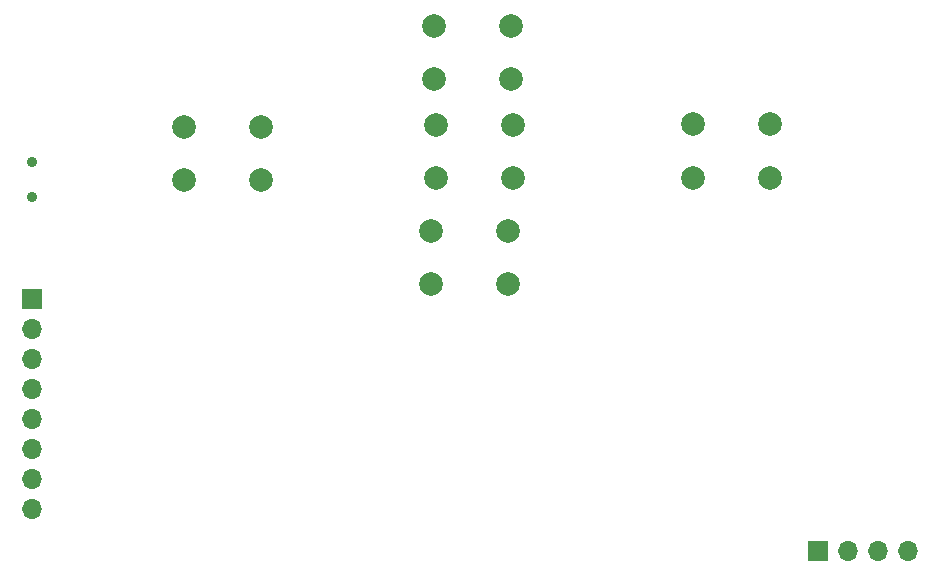
<source format=gbr>
%TF.GenerationSoftware,KiCad,Pcbnew,(6.0.6)*%
%TF.CreationDate,2022-07-21T13:44:36+08:00*%
%TF.ProjectId,graccel_mouse,67726163-6365-46c5-9f6d-6f7573652e6b,v0.1*%
%TF.SameCoordinates,Original*%
%TF.FileFunction,Soldermask,Bot*%
%TF.FilePolarity,Negative*%
%FSLAX46Y46*%
G04 Gerber Fmt 4.6, Leading zero omitted, Abs format (unit mm)*
G04 Created by KiCad (PCBNEW (6.0.6)) date 2022-07-21 13:44:36*
%MOMM*%
%LPD*%
G01*
G04 APERTURE LIST*
%ADD10R,1.700000X1.700000*%
%ADD11O,1.700000X1.700000*%
%ADD12C,2.000000*%
%ADD13C,0.900000*%
G04 APERTURE END LIST*
D10*
%TO.C,J3*%
X150300000Y-111190000D03*
D11*
X152840000Y-111190000D03*
X155380000Y-111190000D03*
X157920000Y-111190000D03*
%TD*%
D12*
%TO.C,SW4*%
X117990000Y-75110000D03*
X124490000Y-75110000D03*
X117990000Y-79610000D03*
X124490000Y-79610000D03*
%TD*%
%TO.C,SW5*%
X117540000Y-84080000D03*
X124040000Y-84080000D03*
X124040000Y-88580000D03*
X117540000Y-88580000D03*
%TD*%
%TO.C,SW6*%
X139750000Y-75050000D03*
X146250000Y-75050000D03*
X139750000Y-79550000D03*
X146250000Y-79550000D03*
%TD*%
%TO.C,SW2*%
X103100000Y-75270000D03*
X96600000Y-75270000D03*
X96600000Y-79770000D03*
X103100000Y-79770000D03*
%TD*%
D10*
%TO.C,J2*%
X83790000Y-89860000D03*
D11*
X83790000Y-92400000D03*
X83790000Y-94940000D03*
X83790000Y-97480000D03*
X83790000Y-100020000D03*
X83790000Y-102560000D03*
X83790000Y-105100000D03*
X83790000Y-107640000D03*
%TD*%
D13*
%TO.C,SW1*%
X83755000Y-81200000D03*
X83755000Y-78200000D03*
%TD*%
D12*
%TO.C,SW3*%
X117770000Y-66680000D03*
X124270000Y-66680000D03*
X117770000Y-71180000D03*
X124270000Y-71180000D03*
%TD*%
M02*

</source>
